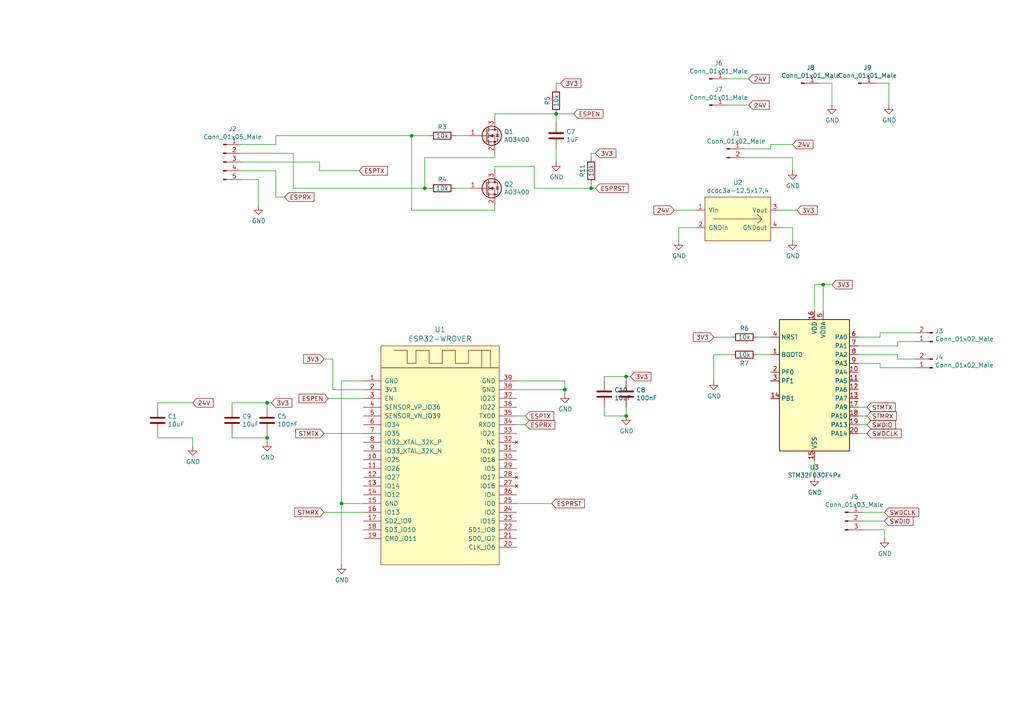
<source format=kicad_sch>
(kicad_sch (version 20250114) (generator "eeschema") (generator_version "9.0")
  (paper "A4")
  (lib_symbols
    (symbol "Connector:Conn_01x01_Male" (pin_names (offset 1.016) (hide yes))
      (property "Reference" "J" (at 0 2.54 0))
      (property "Value" "Connector_Conn_01x01_Male" (at 0 -2.54 0))
      (symbol "Conn_01x01_Male_1_1"
        (rectangle (start 0.8636 0.127) (end 0 -0.127) (stroke (width 0.1524)) (fill (type outline)))
        (polyline (pts (xy 1.27 0) (xy 0.8636 0)) (stroke (width 0.1524)))
        (pin passive line (at 5.08 0 180) (length 3.81) (name "Pin_1") (number "1"))
      )
    )
    (symbol "Connector:Conn_01x02_Male" (pin_names (offset 1.016) (hide yes))
      (property "Reference" "J" (at 0 2.54 0))
      (property "Value" "Connector_Conn_01x02_Male" (at 0 -5.08 0))
      (symbol "Conn_01x02_Male_1_1"
        (rectangle (start 0.8636 0.127) (end 0 -0.127) (stroke (width 0.1524)) (fill (type outline)))
        (rectangle (start 0.8636 -2.413) (end 0 -2.667) (stroke (width 0.1524)) (fill (type outline)))
        (polyline (pts (xy 1.27 0) (xy 0.8636 0)) (stroke (width 0.1524)))
        (polyline (pts (xy 1.27 -2.54) (xy 0.8636 -2.54)) (stroke (width 0.1524)))
        (pin passive line (at 5.08 0 180) (length 3.81) (name "Pin_1") (number "1"))
        (pin passive line (at 5.08 -2.54 180) (length 3.81) (name "Pin_2") (number "2"))
      )
    )
    (symbol "Connector:Conn_01x03_Male" (pin_names (offset 1.016) (hide yes))
      (property "Reference" "J" (at 0 5.08 0))
      (property "Value" "Connector_Conn_01x03_Male" (at 0 -5.08 0))
      (symbol "Conn_01x03_Male_1_1"
        (rectangle (start 0.8636 2.667) (end 0 2.413) (stroke (width 0.1524)) (fill (type outline)))
        (rectangle (start 0.8636 0.127) (end 0 -0.127) (stroke (width 0.1524)) (fill (type outline)))
        (rectangle (start 0.8636 -2.413) (end 0 -2.667) (stroke (width 0.1524)) (fill (type outline)))
        (polyline (pts (xy 1.27 2.54) (xy 0.8636 2.54)) (stroke (width 0.1524)))
        (polyline (pts (xy 1.27 0) (xy 0.8636 0)) (stroke (width 0.1524)))
        (polyline (pts (xy 1.27 -2.54) (xy 0.8636 -2.54)) (stroke (width 0.1524)))
        (pin passive line (at 5.08 2.54 180) (length 3.81) (name "Pin_1") (number "1"))
        (pin passive line (at 5.08 0 180) (length 3.81) (name "Pin_2") (number "2"))
        (pin passive line (at 5.08 -2.54 180) (length 3.81) (name "Pin_3") (number "3"))
      )
    )
    (symbol "Connector:Conn_01x05_Male" (pin_names (offset 1.016) (hide yes))
      (property "Reference" "J" (at 0 7.62 0))
      (property "Value" "Connector_Conn_01x05_Male" (at 0 -7.62 0))
      (symbol "Conn_01x05_Male_1_1"
        (rectangle (start 0.8636 5.207) (end 0 4.953) (stroke (width 0.1524)) (fill (type outline)))
        (rectangle (start 0.8636 2.667) (end 0 2.413) (stroke (width 0.1524)) (fill (type outline)))
        (rectangle (start 0.8636 0.127) (end 0 -0.127) (stroke (width 0.1524)) (fill (type outline)))
        (rectangle (start 0.8636 -2.413) (end 0 -2.667) (stroke (width 0.1524)) (fill (type outline)))
        (rectangle (start 0.8636 -4.953) (end 0 -5.207) (stroke (width 0.1524)) (fill (type outline)))
        (polyline (pts (xy 1.27 5.08) (xy 0.8636 5.08)) (stroke (width 0.1524)))
        (polyline (pts (xy 1.27 2.54) (xy 0.8636 2.54)) (stroke (width 0.1524)))
        (polyline (pts (xy 1.27 0) (xy 0.8636 0)) (stroke (width 0.1524)))
        (polyline (pts (xy 1.27 -2.54) (xy 0.8636 -2.54)) (stroke (width 0.1524)))
        (polyline (pts (xy 1.27 -5.08) (xy 0.8636 -5.08)) (stroke (width 0.1524)))
        (pin passive line (at 5.08 5.08 180) (length 3.81) (name "Pin_1") (number "1"))
        (pin passive line (at 5.08 2.54 180) (length 3.81) (name "Pin_2") (number "2"))
        (pin passive line (at 5.08 0 180) (length 3.81) (name "Pin_3") (number "3"))
        (pin passive line (at 5.08 -2.54 180) (length 3.81) (name "Pin_4") (number "4"))
        (pin passive line (at 5.08 -5.08 180) (length 3.81) (name "Pin_5") (number "5"))
      )
    )
    (symbol "Device:C" (pin_numbers (hide yes)) (pin_names (offset 0.254))
      (property "Reference" "C" (at 0.635 2.54 0))
      (property "Value" "C" (at 0.635 -2.54 0))
      (symbol "C_0_1"
        (polyline (pts (xy -2.032 0.762) (xy 2.032 0.762)) (stroke (width 0.508)))
        (polyline (pts (xy -2.032 -0.762) (xy 2.032 -0.762)) (stroke (width 0.508)))
      )
      (symbol "C_1_1"
        (pin passive line (at 0 3.81 270) (length 2.794) (name "~") (number "1"))
        (pin passive line (at 0 -3.81 90) (length 2.794) (name "~") (number "2"))
      )
    )
    (symbol "Device:R" (pin_numbers (hide yes)) (pin_names (offset 0))
      (property "Reference" "R" (at 2.032 0 90))
      (property "Value" "R" (at 0 0 90))
      (symbol "R_0_1"
        (rectangle (start -1.016 -2.54) (end 1.016 2.54) (stroke (width 0.254)))
      )
      (symbol "R_1_1"
        (pin passive line (at 0 3.81 270) (length 1.27) (name "~") (number "1"))
        (pin passive line (at 0 -3.81 90) (length 1.27) (name "~") (number "2"))
      )
    )
    (symbol "MCU_ST_STM32F0:STM32F030F4Px"
      (property "Reference" "U" (at -10.16 21.59 0))
      (property "Value" "STM32F030F4Px" (at 5.08 21.59 0))
      (symbol "STM32F030F4Px_0_1"
        (rectangle (start -10.16 -17.78) (end 10.16 20.32) (stroke (width 0.254)) (fill (type background)))
      )
      (symbol "STM32F030F4Px_1_1"
        (pin input line (at -12.7 15.24 0) (length 2.54) (name "NRST") (number "4"))
        (pin input line (at -12.7 10.16 0) (length 2.54) (name "BOOT0") (number "1"))
        (pin bidirectional line (at -12.7 5.08 0) (length 2.54) (name "PF0") (number "2"))
        (pin bidirectional line (at -12.7 2.54 0) (length 2.54) (name "PF1") (number "3"))
        (pin bidirectional line (at -12.7 -2.54 0) (length 2.54) (name "PB1") (number "14"))
        (pin power_in line (at 0 22.86 270) (length 2.54) (name "VDD") (number "16"))
        (pin power_in line (at 0 -20.32 90) (length 2.54) (name "VSS") (number "15"))
        (pin power_in line (at 2.54 22.86 270) (length 2.54) (name "VDDA") (number "5"))
        (pin bidirectional line (at 12.7 15.24 180) (length 2.54) (name "PA0") (number "6"))
        (pin bidirectional line (at 12.7 12.7 180) (length 2.54) (name "PA1") (number "7"))
        (pin bidirectional line (at 12.7 10.16 180) (length 2.54) (name "PA2") (number "8"))
        (pin bidirectional line (at 12.7 7.62 180) (length 2.54) (name "PA3") (number "9"))
        (pin bidirectional line (at 12.7 5.08 180) (length 2.54) (name "PA4") (number "10"))
        (pin bidirectional line (at 12.7 2.54 180) (length 2.54) (name "PA5") (number "11"))
        (pin bidirectional line (at 12.7 0 180) (length 2.54) (name "PA6") (number "12"))
        (pin bidirectional line (at 12.7 -2.54 180) (length 2.54) (name "PA7") (number "13"))
        (pin bidirectional line (at 12.7 -5.08 180) (length 2.54) (name "PA9") (number "17"))
        (pin bidirectional line (at 12.7 -7.62 180) (length 2.54) (name "PA10") (number "18"))
        (pin bidirectional line (at 12.7 -10.16 180) (length 2.54) (name "PA13") (number "19"))
        (pin bidirectional line (at 12.7 -12.7 180) (length 2.54) (name "PA14") (number "20"))
      )
    )
    (symbol "Transistor_FET:BSS138" (pin_names (hide yes))
      (property "Reference" "Q" (at 5.08 1.905 0))
      (property "Value" "BSS138" (at 5.08 0 0))
      (symbol "BSS138_0_1"
        (polyline (pts (xy 0.254 1.905) (xy 0.254 -1.905)) (stroke (width 0.254)))
        (polyline (pts (xy 0.254 0) (xy -2.54 0)))
        (polyline (pts (xy 0.762 2.286) (xy 0.762 1.27)) (stroke (width 0.254)))
        (polyline (pts (xy 0.762 0.508) (xy 0.762 -0.508)) (stroke (width 0.254)))
        (polyline (pts (xy 0.762 -1.27) (xy 0.762 -2.286)) (stroke (width 0.254)))
        (polyline (pts (xy 0.762 -1.778) (xy 3.302 -1.778) (xy 3.302 1.778) (xy 0.762 1.778)))
        (polyline (pts (xy 1.016 0) (xy 2.032 0.381) (xy 2.032 -0.381) (xy 1.016 0)) (fill (type outline)))
        (circle (center 1.651 0) (radius 2.794) (stroke (width 0.254)))
        (polyline (pts (xy 2.54 2.54) (xy 2.54 1.778)))
        (circle (center 2.54 1.778) (radius 0.254) (fill (type outline)))
        (circle (center 2.54 -1.778) (radius 0.254) (fill (type outline)))
        (polyline (pts (xy 2.54 -2.54) (xy 2.54 0) (xy 0.762 0)))
        (polyline (pts (xy 2.794 0.508) (xy 2.921 0.381) (xy 3.683 0.381) (xy 3.81 0.254)))
        (polyline (pts (xy 3.302 0.381) (xy 2.921 -0.254) (xy 3.683 -0.254) (xy 3.302 0.381)))
      )
      (symbol "BSS138_1_1"
        (pin input line (at -5.08 0 0) (length 2.54) (name "G") (number "1"))
        (pin passive line (at 2.54 5.08 270) (length 2.54) (name "D") (number "3"))
        (pin passive line (at 2.54 -5.08 90) (length 2.54) (name "S") (number "2"))
      )
    )
    (symbol "dcdc:dcdc3a-12.5x17.4" (pin_names (offset 1.016))
      (property "Reference" "U" (at 0 -8.89 0))
      (property "Value" "dcdc_dcdc3a-12.5x17.4" (at 0 8.89 0))
      (symbol "dcdc3a-12.5x17.4_0_1"
        (rectangle (start -10.16 6.35) (end 8.89 -6.35) (fill (type background)))
        (polyline (pts (xy -7.62 0) (xy 6.35 0) (xy 5.08 1.27)))
        (polyline (pts (xy 6.35 0) (xy 5.08 -1.27)))
      )
      (symbol "dcdc3a-12.5x17.4_1_1"
        (pin power_in line (at -12.7 2.54 0) (length 2.54) (name "Vin") (number "1"))
        (pin power_in line (at -12.7 -2.54 0) (length 2.54) (name "GNDin") (number "2"))
        (pin power_out line (at 11.43 2.54 180) (length 2.54) (name "Vout") (number "3"))
        (pin power_out line (at 11.43 -2.54 180) (length 2.54) (name "GNDout") (number "4"))
      )
    )
    (symbol "esp32-wrover:ESP32-WROVER" (pin_names (offset 1.016))
      (property "Reference" "U" (at -15.24 -33.02 0))
      (property "Value" "ESP32-WROVER" (at 6.35 -33.02 0))
      (symbol "ESP32-WROVER_0_1"
        (rectangle (start -17.78 29.21) (end 16.51 22.86) (fill (type background)))
        (rectangle (start -17.78 22.86) (end 16.51 -34.29) (fill (type background)))
        (polyline (pts (xy -13.97 27.94) (xy -10.16 27.94) (xy -10.16 24.13) (xy -7.62 24.13) (xy -7.62 27.94) (xy -3.81 27.94) (xy -3.81 24.13) (xy 0 24.13) (xy 0 27.94) (xy 3.81 27.94) (xy 3.81 24.13) (xy 7.62 24.13) (xy 7.62 27.94) (xy 11.43 27.94) (xy 11.43 22.86)))
        (polyline (pts (xy 11.43 27.94) (xy 13.97 27.94) (xy 13.97 22.86)))
      )
      (symbol "ESP32-WROVER_1_1"
        (pin power_in line (at -22.86 19.05 0) (length 5.08) (name "GND") (number "1"))
        (pin power_in line (at -22.86 16.51 0) (length 5.08) (name "3V3") (number "2"))
        (pin input line (at -22.86 13.97 0) (length 5.08) (name "EN") (number "3"))
        (pin input line (at -22.86 11.43 0) (length 5.08) (name "SENSOR_VP_IO36") (number "4"))
        (pin input line (at -22.86 8.89 0) (length 5.08) (name "SENSOR_VN_IO39") (number "5"))
        (pin input line (at -22.86 6.35 0) (length 5.08) (name "IO34") (number "6"))
        (pin input line (at -22.86 3.81 0) (length 5.08) (name "IO35") (number "7"))
        (pin bidirectional line (at -22.86 1.27 0) (length 5.08) (name "IO32_XTAL_32K_P") (number "8"))
        (pin bidirectional line (at -22.86 -1.27 0) (length 5.08) (name "IO33_XTAL_32K_N") (number "9"))
        (pin bidirectional line (at -22.86 -3.81 0) (length 5.08) (name "IO25") (number "10"))
        (pin bidirectional line (at -22.86 -6.35 0) (length 5.08) (name "IO26") (number "11"))
        (pin bidirectional line (at -22.86 -8.89 0) (length 5.08) (name "IO27") (number "12"))
        (pin bidirectional line (at -22.86 -11.43 0) (length 5.08) (name "IO14") (number "13"))
        (pin bidirectional line (at -22.86 -13.97 0) (length 5.08) (name "IO12") (number "14"))
        (pin power_in line (at -22.86 -16.51 0) (length 5.08) (name "GND") (number "15"))
        (pin bidirectional line (at -22.86 -19.05 0) (length 5.08) (name "IO13") (number "16"))
        (pin bidirectional line (at -22.86 -21.59 0) (length 5.08) (name "SD2_IO9") (number "17"))
        (pin bidirectional line (at -22.86 -24.13 0) (length 5.08) (name "SD3_IO10") (number "18"))
        (pin bidirectional line (at -22.86 -26.67 0) (length 5.08) (name "CMD_IO11") (number "19"))
        (pin power_in line (at 21.59 19.05 180) (length 5.08) (name "GND") (number "39"))
        (pin power_in line (at 21.59 16.51 180) (length 5.08) (name "GND") (number "38"))
        (pin bidirectional line (at 21.59 13.97 180) (length 5.08) (name "IO23") (number "37"))
        (pin bidirectional line (at 21.59 11.43 180) (length 5.08) (name "IO22") (number "36"))
        (pin output line (at 21.59 8.89 180) (length 5.08) (name "TXD0") (number "35"))
        (pin input line (at 21.59 6.35 180) (length 5.08) (name "RXD0") (number "34"))
        (pin bidirectional line (at 21.59 3.81 180) (length 5.08) (name "IO21") (number "33"))
        (pin no_connect line (at 21.59 1.27 180) (length 5.08) (name "NC") (number "32"))
        (pin bidirectional line (at 21.59 -1.27 180) (length 5.08) (name "IO19") (number "31"))
        (pin bidirectional line (at 21.59 -3.81 180) (length 5.08) (name "IO18") (number "30"))
        (pin bidirectional line (at 21.59 -6.35 180) (length 5.08) (name "IO5") (number "29"))
        (pin no_connect line (at 21.59 -8.89 180) (length 5.08) (name "IO17") (number "28"))
        (pin no_connect line (at 21.59 -11.43 180) (length 5.08) (name "IO16") (number "27"))
        (pin bidirectional line (at 21.59 -13.97 180) (length 5.08) (name "IO4") (number "26"))
        (pin bidirectional line (at 21.59 -16.51 180) (length 5.08) (name "IO0") (number "25"))
        (pin bidirectional line (at 21.59 -19.05 180) (length 5.08) (name "IO2") (number "24"))
        (pin bidirectional line (at 21.59 -21.59 180) (length 5.08) (name "IO15") (number "23"))
        (pin bidirectional line (at 21.59 -24.13 180) (length 5.08) (name "SD1_IO8") (number "22"))
        (pin bidirectional line (at 21.59 -26.67 180) (length 5.08) (name "SD0_IO7") (number "21"))
        (pin bidirectional line (at 21.59 -29.21 180) (length 5.08) (name "CLK_IO6") (number "20"))
      )
    )
    (symbol "power:GND" (power) (pin_numbers (hide yes)) (pin_names (offset 0) (hide yes))
      (property "Value" "GND" (at 0 -3.81 0))
      (symbol "GND_0_1"
        (polyline (pts (xy 0 0) (xy 0 -1.27) (xy 1.27 -1.27) (xy 0 -2.54) (xy -1.27 -1.27) (xy 0 -1.27)))
      )
      (symbol "GND_1_1"
        (pin power_in line (at 0 0 270) (length 0) (name "~") (number "1"))
      )
    )
  )
  (junction (at 77.47 116.84))
  (junction (at 77.47 127))
  (junction (at 238.76 82.55))
  (junction (at 161.29 33.02))
  (junction (at 119.38 39.37))
  (junction (at 99.06 146.05))
  (junction (at 181.61 109.22))
  (junction (at 163.83 113.03))
  (junction (at 123.19 54.61))
  (junction (at 181.61 120.65))
  (junction (at 171.45 54.61))
  (wire (pts (xy 257.81 24.13) (xy 257.81 30.48)))
  (wire (pts (xy 182.88 109.22) (xy 181.61 109.22)))
  (wire (pts (xy 149.86 146.05) (xy 160.02 146.05)))
  (wire (pts (xy 80.01 49.53) (xy 80.01 57.15)))
  (wire (pts (xy 195.58 60.96) (xy 201.93 60.96)))
  (wire (pts (xy 251.46 123.19) (xy 248.92 123.19)))
  (wire (pts (xy 123.19 45.72) (xy 143.51 45.72)))
  (wire (pts (xy 248.92 105.41) (xy 255.27 105.41)))
  (wire (pts (xy 119.38 60.96) (xy 143.51 60.96)))
  (wire (pts (xy 226.06 60.96) (xy 231.14 60.96)))
  (wire (pts (xy 238.76 82.55) (xy 238.76 90.17)))
  (wire (pts (xy 69.85 52.07) (xy 74.93 52.07)))
  (wire (pts (xy 161.29 43.18) (xy 161.29 46.99)))
  (wire (pts (xy 80.01 39.37) (xy 119.38 39.37)))
  (wire (pts (xy 255.27 96.52) (xy 255.27 97.79)))
  (wire (pts (xy 175.26 118.11) (xy 175.26 120.65)))
  (wire (pts (xy 171.45 54.61) (xy 154.94 54.61)))
  (wire (pts (xy 154.94 54.61) (xy 154.94 48.26)))
  (wire (pts (xy 223.52 102.87) (xy 219.71 102.87)))
  (wire (pts (xy 77.47 116.84) (xy 67.31 116.84)))
  (wire (pts (xy 210.82 30.48) (xy 217.17 30.48)))
  (wire (pts (xy 152.4 123.19) (xy 149.86 123.19)))
  (wire (pts (xy 248.92 100.33) (xy 260.35 100.33)))
  (wire (pts (xy 149.86 110.49) (xy 163.83 110.49)))
  (wire (pts (xy 236.22 82.55) (xy 236.22 90.17)))
  (wire (pts (xy 55.88 127) (xy 55.88 129.54)))
  (wire (pts (xy 69.85 44.45) (xy 85.09 44.45)))
  (wire (pts (xy 93.98 125.73) (xy 105.41 125.73)))
  (wire (pts (xy 105.41 110.49) (xy 99.06 110.49)))
  (wire (pts (xy 67.31 125.73) (xy 67.31 127)))
  (wire (pts (xy 241.3 24.13) (xy 237.49 24.13)))
  (wire (pts (xy 181.61 118.11) (xy 181.61 120.65)))
  (wire (pts (xy 163.83 110.49) (xy 163.83 113.03)))
  (wire (pts (xy 171.45 44.45) (xy 171.45 45.72)))
  (wire (pts (xy 256.54 151.13) (xy 250.19 151.13)))
  (wire (pts (xy 212.09 97.79) (xy 207.01 97.79)))
  (wire (pts (xy 210.82 22.86) (xy 217.17 22.86)))
  (wire (pts (xy 251.46 118.11) (xy 248.92 118.11)))
  (wire (pts (xy 238.76 82.55) (xy 241.3 82.55)))
  (wire (pts (xy 143.51 48.26) (xy 154.94 48.26)))
  (wire (pts (xy 82.55 57.15) (xy 80.01 57.15)))
  (bus (pts (xy -31.75 -25.4) (xy -29.21 -22.86)))
  (wire (pts (xy 229.87 66.04) (xy 229.87 69.85)))
  (wire (pts (xy 119.38 39.37) (xy 119.38 60.96)))
  (wire (pts (xy 143.51 49.53) (xy 143.51 48.26)))
  (wire (pts (xy 256.54 148.59) (xy 250.19 148.59)))
  (wire (pts (xy 212.09 102.87) (xy 207.01 102.87)))
  (wire (pts (xy 85.09 54.61) (xy 123.19 54.61)))
  (wire (pts (xy 265.43 96.52) (xy 255.27 96.52)))
  (wire (pts (xy 265.43 99.06) (xy 260.35 99.06)))
  (wire (pts (xy 223.52 41.91) (xy 223.52 43.18)))
  (wire (pts (xy 55.88 116.84) (xy 45.72 116.84)))
  (wire (pts (xy 260.35 102.87) (xy 260.35 104.14)))
  (wire (pts (xy 45.72 116.84) (xy 45.72 118.11)))
  (wire (pts (xy 99.06 110.49) (xy 99.06 146.05)))
  (wire (pts (xy 196.85 66.04) (xy 201.93 66.04)))
  (wire (pts (xy 45.72 127) (xy 55.88 127)))
  (wire (pts (xy 223.52 43.18) (xy 215.9 43.18)))
  (wire (pts (xy 67.31 116.84) (xy 67.31 118.11)))
  (wire (pts (xy 181.61 109.22) (xy 175.26 109.22)))
  (wire (pts (xy 77.47 116.84) (xy 77.47 118.11)))
  (wire (pts (xy 236.22 82.55) (xy 238.76 82.55)))
  (wire (pts (xy 181.61 109.22) (xy 181.61 110.49)))
  (wire (pts (xy 69.85 46.99) (xy 92.71 46.99)))
  (wire (pts (xy 251.46 125.73) (xy 248.92 125.73)))
  (wire (pts (xy 80.01 41.91) (xy 80.01 39.37)))
  (wire (pts (xy 77.47 125.73) (xy 77.47 127)))
  (wire (pts (xy 132.08 54.61) (xy 135.89 54.61)))
  (wire (pts (xy 67.31 127) (xy 77.47 127)))
  (wire (pts (xy 248.92 102.87) (xy 260.35 102.87)))
  (wire (pts (xy 69.85 41.91) (xy 80.01 41.91)))
  (wire (pts (xy 99.06 146.05) (xy 99.06 163.83)))
  (wire (pts (xy 255.27 106.68) (xy 255.27 105.41)))
  (wire (pts (xy 143.51 34.29) (xy 143.51 33.02)))
  (wire (pts (xy 105.41 146.05) (xy 99.06 146.05)))
  (wire (pts (xy 69.85 49.53) (xy 80.01 49.53)))
  (wire (pts (xy 143.51 60.96) (xy 143.51 59.69)))
  (wire (pts (xy 123.19 54.61) (xy 123.19 45.72)))
  (wire (pts (xy 132.08 39.37) (xy 135.89 39.37)))
  (wire (pts (xy 123.19 54.61) (xy 124.46 54.61)))
  (wire (pts (xy 265.43 106.68) (xy 255.27 106.68)))
  (wire (pts (xy 96.52 113.03) (xy 105.41 113.03)))
  (wire (pts (xy 171.45 53.34) (xy 171.45 54.61)))
  (wire (pts (xy 161.29 35.56) (xy 161.29 33.02)))
  (wire (pts (xy 172.72 44.45) (xy 171.45 44.45)))
  (wire (pts (xy 78.74 116.84) (xy 77.47 116.84)))
  (wire (pts (xy 215.9 45.72) (xy 229.87 45.72)))
  (wire (pts (xy 77.47 127) (xy 77.47 128.27)))
  (wire (pts (xy 229.87 41.91) (xy 223.52 41.91)))
  (wire (pts (xy 229.87 45.72) (xy 229.87 49.53)))
  (wire (pts (xy 207.01 110.49) (xy 207.01 102.87)))
  (wire (pts (xy 175.26 109.22) (xy 175.26 110.49)))
  (wire (pts (xy 152.4 120.65) (xy 149.86 120.65)))
  (wire (pts (xy 143.51 45.72) (xy 143.51 44.45)))
  (wire (pts (xy 92.71 46.99) (xy 92.71 49.53)))
  (wire (pts (xy 260.35 104.14) (xy 265.43 104.14)))
  (wire (pts (xy 149.86 113.03) (xy 163.83 113.03)))
  (wire (pts (xy 175.26 120.65) (xy 181.61 120.65)))
  (wire (pts (xy 163.83 113.03) (xy 163.83 114.3)))
  (wire (pts (xy 105.41 115.57) (xy 95.25 115.57)))
  (wire (pts (xy 93.98 104.14) (xy 96.52 104.14)))
  (wire (pts (xy 166.37 33.02) (xy 161.29 33.02)))
  (wire (pts (xy 226.06 66.04) (xy 229.87 66.04)))
  (wire (pts (xy 161.29 33.02) (xy 143.51 33.02)))
  (wire (pts (xy 251.46 120.65) (xy 248.92 120.65)))
  (wire (pts (xy 248.92 97.79) (xy 255.27 97.79)))
  (wire (pts (xy 162.56 24.13) (xy 161.29 24.13)))
  (wire (pts (xy 256.54 153.67) (xy 250.19 153.67)))
  (wire (pts (xy 74.93 52.07) (xy 74.93 59.69)))
  (wire (pts (xy 260.35 99.06) (xy 260.35 100.33)))
  (wire (pts (xy 96.52 104.14) (xy 96.52 113.03)))
  (wire (pts (xy 196.85 66.04) (xy 196.85 69.85)))
  (wire (pts (xy 236.22 138.43) (xy 236.22 133.35)))
  (wire (pts (xy 104.14 49.53) (xy 92.71 49.53)))
  (wire (pts (xy 93.98 148.59) (xy 105.41 148.59)))
  (wire (pts (xy 161.29 24.13) (xy 161.29 25.4)))
  (wire (pts (xy 45.72 125.73) (xy 45.72 127)))
  (wire (pts (xy 256.54 156.21) (xy 256.54 153.67)))
  (wire (pts (xy 172.72 54.61) (xy 171.45 54.61)))
  (wire (pts (xy 119.38 39.37) (xy 124.46 39.37)))
  (wire (pts (xy 219.71 97.79) (xy 223.52 97.79)))
  (wire (pts (xy 241.3 24.13) (xy 241.3 30.48)))
  (wire (pts (xy 257.81 24.13) (xy 254 24.13)))
  (wire (pts (xy 85.09 44.45) (xy 85.09 54.61)))
  (global_label "3V3" (shape input) (at 182.88 109.22 0) (property "Intersheetrefs" "${INTERSHEET_REFS}" (effects (hide yes))))
  (global_label "ESPTX" (shape input) (at 104.14 49.53 0) (property "Intersheetrefs" "${INTERSHEET_REFS}" (effects (hide yes))))
  (global_label "ESPTX" (shape input) (at 152.4 120.65 0) (property "Intersheetrefs" "${INTERSHEET_REFS}" (effects (hide yes))))
  (global_label "ESPEN" (shape input) (at 95.25 115.57 180) (property "Intersheetrefs" "${INTERSHEET_REFS}" (effects (hide yes))))
  (global_label "ESPEN" (shape input) (at 166.37 33.02 0) (property "Intersheetrefs" "${INTERSHEET_REFS}" (effects (hide yes))))
  (global_label "STMTX" (shape input) (at 93.98 125.73 180) (property "Intersheetrefs" "${INTERSHEET_REFS}" (effects (hide yes))))
  (global_label "SWDIO" (shape input) (at 251.46 123.19 0) (property "Intersheetrefs" "${INTERSHEET_REFS}" (effects (hide yes))))
  (global_label "3V3" (shape input) (at 231.14 60.96 0) (property "Intersheetrefs" "${INTERSHEET_REFS}" (effects (hide yes))))
  (global_label "3V3" (shape input) (at 172.72 44.45 0) (property "Intersheetrefs" "${INTERSHEET_REFS}" (effects (hide yes))))
  (global_label "24V" (shape input) (at 229.87 41.91 0) (property "Intersheetrefs" "${INTERSHEET_REFS}" (effects (hide yes))))
  (global_label "ESPRST" (shape input) (at 160.02 146.05 0) (property "Intersheetrefs" "${INTERSHEET_REFS}" (effects (hide yes))))
  (global_label "24V" (shape input) (at 217.17 22.86 0) (property "Intersheetrefs" "${INTERSHEET_REFS}" (effects (hide yes))))
  (global_label "ESPRST" (shape input) (at 172.72 54.61 0) (property "Intersheetrefs" "${INTERSHEET_REFS}" (effects (hide yes))))
  (global_label "3V3" (shape input) (at 162.56 24.13 0) (property "Intersheetrefs" "${INTERSHEET_REFS}" (effects (hide yes))))
  (global_label "24V" (shape input) (at 195.58 60.96 180) (property "Intersheetrefs" "${INTERSHEET_REFS}" (effects (hide yes))))
  (global_label "STMTX" (shape input) (at 251.46 118.11 0) (property "Intersheetrefs" "${INTERSHEET_REFS}" (effects (hide yes))))
  (global_label "24V" (shape input) (at 55.88 116.84 0) (property "Intersheetrefs" "${INTERSHEET_REFS}" (effects (hide yes))))
  (global_label "ESPRX" (shape input) (at 152.4 123.19 0) (property "Intersheetrefs" "${INTERSHEET_REFS}" (effects (hide yes))))
  (global_label "3V3" (shape input) (at 93.98 104.14 180) (property "Intersheetrefs" "${INTERSHEET_REFS}" (effects (hide yes))))
  (global_label "SWDCLK" (shape input) (at 251.46 125.73 0) (property "Intersheetrefs" "${INTERSHEET_REFS}" (effects (hide yes))))
  (global_label "SWDIO" (shape input) (at 256.54 151.13 0) (property "Intersheetrefs" "${INTERSHEET_REFS}" (effects (hide yes))))
  (global_label "3V3" (shape input) (at 241.3 82.55 0) (property "Intersheetrefs" "${INTERSHEET_REFS}" (effects (hide yes))))
  (global_label "3V3" (shape input) (at 207.01 97.79 180) (property "Intersheetrefs" "${INTERSHEET_REFS}" (effects (hide yes))))
  (global_label "SWDCLK" (shape input) (at 256.54 148.59 0) (property "Intersheetrefs" "${INTERSHEET_REFS}" (effects (hide yes))))
  (global_label "24V" (shape input) (at 217.17 30.48 0) (property "Intersheetrefs" "${INTERSHEET_REFS}" (effects (hide yes))))
  (global_label "3V3" (shape input) (at 78.74 116.84 0) (property "Intersheetrefs" "${INTERSHEET_REFS}" (effects (hide yes))))
  (global_label "ESPRX" (shape input) (at 82.55 57.15 0) (property "Intersheetrefs" "${INTERSHEET_REFS}" (effects (hide yes))))
  (global_label "STMRX" (shape input) (at 93.98 148.59 180) (property "Intersheetrefs" "${INTERSHEET_REFS}" (effects (hide yes))))
  (global_label "STMRX" (shape input) (at 251.46 120.65 0) (property "Intersheetrefs" "${INTERSHEET_REFS}" (effects (hide yes))))
  (symbol (lib_id "esp32-wrover:ESP32-WROVER") (at 128.27 129.54 0) (unit 1)
    (property "Reference" "U1" (at 127.635 95.5802 0) (effects (font (size 1.524 1.524))))
    (property "Value" "ESP32-WROVER" (at 127.635 98.2726 0) (effects (font (size 1.524 1.524))))
    (property "Footprint" "esp32-wrover:XCVR_ESP32-WROVER" (effects (hide yes)))
    (property "LCSC" "C701352" (effects (hide yes)))
  )
  (symbol (lib_id "power:GND") (at 236.22 138.43 0) (unit 1)
    (property "Reference" "#PWR0103" (effects (hide yes)))
    (property "Value" "GND" (at 236.347 142.8242 0))
  )
  (symbol (lib_id "Device:R") (at 215.9 97.79 270) (unit 1)
    (property "Reference" "R6" (at 215.9 95.25 90))
    (property "Value" "10k" (at 215.9 97.79 90))
    (property "Footprint" "Resistor_SMD:R_0402_1005Metric" (effects (hide yes)))
    (property "LCSC" "C25744" (effects (hide yes)))
  )
  (symbol (lib_id "Device:R") (at 215.9 102.87 270) (unit 1)
    (property "Reference" "R7" (at 215.9 105.41 90))
    (property "Value" "10k" (at 215.9 102.87 90))
    (property "Footprint" "Resistor_SMD:R_0402_1005Metric" (effects (hide yes)))
    (property "LCSC" "C25744" (effects (hide yes)))
  )
  (symbol (lib_id "power:GND") (at 207.01 110.49 0) (unit 1)
    (property "Reference" "#PWR0106" (effects (hide yes)))
    (property "Value" "GND" (at 207.137 114.8842 0))
  )
  (symbol (lib_id "Device:C") (at 161.29 39.37 0) (unit 1)
    (property "Reference" "C7" (at 164.211 38.2016 0) (effects (justify left)))
    (property "Value" "1uF" (at 164.211 40.513 0) (effects (justify left)))
    (property "Footprint" "Capacitor_SMD:C_0402_1005Metric" (effects (hide yes)))
    (property "LCSC" "C52923" (effects (hide yes)))
  )
  (symbol (lib_id "power:GND") (at 161.29 46.99 0) (unit 1)
    (property "Reference" "#PWR0112" (effects (hide yes)))
    (property "Value" "GND" (at 161.417 51.3842 0))
  )
  (symbol (lib_id "Device:C") (at 181.61 114.3 0) (unit 1)
    (property "Reference" "C8" (at 184.531 113.1316 0) (effects (justify left)))
    (property "Value" "100nF" (at 184.531 115.443 0) (effects (justify left)))
    (property "Footprint" "Capacitor_SMD:C_0402_1005Metric" (effects (hide yes)))
    (property "LCSC" "C1525" (effects (hide yes)))
  )
  (symbol (lib_id "power:GND") (at 181.61 120.65 0) (unit 1)
    (property "Reference" "#PWR0107" (effects (hide yes)))
    (property "Value" "GND" (at 181.737 125.0442 0))
  )
  (symbol (lib_id "Device:C") (at 77.47 121.92 0) (unit 1)
    (property "Reference" "C5" (at 80.391 120.7516 0) (effects (justify left)))
    (property "Value" "100nF" (at 80.391 123.063 0) (effects (justify left)))
    (property "Footprint" "Capacitor_SMD:C_0402_1005Metric" (effects (hide yes)))
    (property "LCSC" "C1525" (effects (hide yes)))
  )
  (symbol (lib_id "power:GND") (at 77.47 128.27 0) (unit 1)
    (property "Reference" "#PWR0108" (effects (hide yes)))
    (property "Value" "GND" (at 77.597 132.6642 0))
  )
  (symbol (lib_id "Transistor_FET:BSS138") (at 140.97 39.37 0) (unit 1)
    (property "Reference" "Q1" (at 146.177 38.2016 0) (effects (justify left)))
    (property "Value" "AO3400" (at 146.177 40.513 0) (effects (justify left)))
    (property "Footprint" "Package_TO_SOT_SMD:SOT-23" (effects (hide yes)))
    (property "LCSC" "C20917" (effects (hide yes)))
  )
  (symbol (lib_id "Device:R") (at 128.27 39.37 270) (unit 1)
    (property "Reference" "R3" (at 128.27 36.83 90))
    (property "Value" "10k" (at 128.27 39.37 90))
    (property "Footprint" "Resistor_SMD:R_0402_1005Metric" (effects (hide yes)))
    (property "LCSC" "C25744" (effects (hide yes)))
  )
  (symbol (lib_id "power:GND") (at 99.06 163.83 0) (unit 1)
    (property "Reference" "#PWR0109" (effects (hide yes)))
    (property "Value" "GND" (at 99.187 168.2242 0))
  )
  (symbol (lib_id "power:GND") (at 163.83 114.3 0) (unit 1)
    (property "Reference" "#PWR0110" (effects (hide yes)))
    (property "Value" "GND" (at 163.957 118.6942 0))
  )
  (symbol (lib_id "Transistor_FET:BSS138") (at 140.97 54.61 0) (unit 1)
    (property "Reference" "Q2" (at 146.177 53.4416 0) (effects (justify left)))
    (property "Value" "AO3400" (at 146.177 55.753 0) (effects (justify left)))
    (property "Footprint" "Package_TO_SOT_SMD:SOT-23" (effects (hide yes)))
    (property "LCSC" "C20917" (effects (hide yes)))
  )
  (symbol (lib_id "Device:R") (at 128.27 54.61 270) (unit 1)
    (property "Reference" "R4" (at 128.27 52.07 90))
    (property "Value" "10k" (at 128.27 54.61 90))
    (property "Footprint" "Resistor_SMD:R_0402_1005Metric" (effects (hide yes)))
    (property "LCSC" "C25744" (effects (hide yes)))
  )
  (symbol (lib_id "Device:C") (at 67.31 121.92 0) (unit 1)
    (property "Reference" "C9" (at 70.231 120.7516 0) (effects (justify left)))
    (property "Value" "10uF" (at 70.231 123.063 0) (effects (justify left)))
    (property "Footprint" "Capacitor_SMD:C_1206_3216Metric" (effects (hide yes)))
    (property "LCSC" "C13585" (effects (hide yes)))
  )
  (symbol (lib_id "Device:R") (at 161.29 29.21 0) (unit 1)
    (property "Reference" "R5" (at 158.75 29.21 90))
    (property "Value" "10k" (at 161.29 29.21 90))
    (property "Footprint" "Resistor_SMD:R_0402_1005Metric" (effects (hide yes)))
    (property "LCSC" "C25744" (effects (hide yes)))
  )
  (symbol (lib_id "Device:R") (at 171.45 49.53 0) (unit 1)
    (property "Reference" "R11" (at 168.91 49.53 90))
    (property "Value" "10k" (at 171.45 49.53 90))
    (property "Footprint" "Resistor_SMD:R_0402_1005Metric" (effects (hide yes)))
    (property "LCSC" "C25744" (effects (hide yes)))
  )
  (symbol (lib_id "Device:C") (at 175.26 114.3 0) (unit 1)
    (property "Reference" "C10" (at 178.181 113.1316 0) (effects (justify left)))
    (property "Value" "10uF" (at 178.181 115.443 0) (effects (justify left)))
    (property "Footprint" "Capacitor_SMD:C_1206_3216Metric" (effects (hide yes)))
    (property "LCSC" "C13585" (effects (hide yes)))
  )
  (symbol (lib_id "MCU_ST_STM32F0:STM32F030F4Px") (at 236.22 113.03 0) (unit 1)
    (property "Reference" "U3" (at 236.22 135.5344 0))
    (property "Value" "STM32F030F4Px" (at 236.22 137.8458 0))
    (property "Footprint" "Package_SO:TSSOP-20_4.4x6.5mm_P0.65mm" (effects (hide yes)))
    (property "Datasheet" "http://www.st.com/st-web-ui/static/active/en/resource/technical/document/datasheet/DM00088500.pdf" (effects (hide yes)))
    (property "LCSC" "C89040" (effects (hide yes)))
  )
  (symbol (lib_id "dcdc:dcdc3a-12.5x17.4") (at 214.63 63.5 0) (unit 1)
    (property "Reference" "U2" (at 213.995 52.959 0))
    (property "Value" "dcdc3a-12.5x17.4" (at 213.995 55.2704 0))
    (property "Footprint" "outline:dcdc3a-12.5x17.4" (effects (hide yes)))
  )
  (symbol (lib_id "power:GND") (at 229.87 69.85 0) (unit 1)
    (property "Reference" "#PWR0102" (effects (hide yes)))
    (property "Value" "GND" (at 229.997 74.2442 0))
  )
  (symbol (lib_id "power:GND") (at 196.85 69.85 0) (unit 1)
    (property "Reference" "#PWR0104" (effects (hide yes)))
    (property "Value" "GND" (at 196.977 74.2442 0))
  )
  (symbol (lib_id "power:GND") (at 241.3 30.48 0) (unit 1)
    (property "Reference" "#PWR0113" (effects (hide yes)))
    (property "Value" "GND" (at 241.427 34.8742 0))
  )
  (symbol (lib_id "power:GND") (at 257.81 30.48 0) (unit 1)
    (property "Reference" "#PWR0114" (effects (hide yes)))
    (property "Value" "GND" (at 257.937 34.8742 0))
  )
  (symbol (lib_id "Connector:Conn_01x01_Male") (at 205.74 22.86 0) (unit 1)
    (property "Reference" "J6" (at 208.4324 18.3388 0))
    (property "Value" "Conn_01x01_Male" (at 208.4324 20.6502 0))
    (property "Footprint" "outline:solderpad1" (effects (hide yes)))
  )
  (symbol (lib_id "Connector:Conn_01x01_Male") (at 205.74 30.48 0) (unit 1)
    (property "Reference" "J7" (at 208.4324 25.9588 0))
    (property "Value" "Conn_01x01_Male" (at 208.4324 28.2702 0))
    (property "Footprint" "outline:solderpad1" (effects (hide yes)))
  )
  (symbol (lib_id "Connector:Conn_01x01_Male") (at 232.41 24.13 0) (unit 1)
    (property "Reference" "J8" (at 235.1024 19.6088 0))
    (property "Value" "Conn_01x01_Male" (at 235.1024 21.9202 0))
    (property "Footprint" "outline:solderpad1" (effects (hide yes)))
  )
  (symbol (lib_id "Device:C") (at 45.72 121.92 0) (unit 1)
    (property "Reference" "C1" (at 48.641 120.7516 0) (effects (justify left)))
    (property "Value" "10uF" (at 48.641 123.063 0) (effects (justify left)))
    (property "Footprint" "Capacitor_SMD:C_1206_3216Metric" (effects (hide yes)))
    (property "LCSC" "C13585" (effects (hide yes)))
  )
  (symbol (lib_id "Connector:Conn_01x01_Male") (at 248.92 24.13 0) (unit 1)
    (property "Reference" "J9" (at 251.6124 19.6088 0))
    (property "Value" "Conn_01x01_Male" (at 251.6124 21.9202 0))
    (property "Footprint" "outline:solderpad1" (effects (hide yes)))
  )
  (symbol (lib_id "power:GND") (at 55.88 129.54 0) (unit 1)
    (property "Reference" "#PWR0115" (effects (hide yes)))
    (property "Value" "GND" (at 56.007 133.9342 0))
  )
  (symbol (lib_id "Connector:Conn_01x05_Male") (at 64.77 46.99 0) (unit 1)
    (property "Reference" "J2" (at 67.4624 37.3888 0))
    (property "Value" "Conn_01x05_Male" (at 67.4624 39.7002 0))
    (property "Footprint" "Connector_Molex:Molex_PicoBlade_53261-0571_1x05-1MP_P1.25mm_Horizontal" (effects (hide yes)))
    (property "LCSC" "C225114" (effects (hide yes)))
  )
  (symbol (lib_id "power:GND") (at 74.93 59.69 0) (unit 1)
    (property "Reference" "#PWR0105" (effects (hide yes)))
    (property "Value" "GND" (at 75.057 64.0842 0))
  )
  (symbol (lib_id "Connector:Conn_01x02_Male") (at 270.51 99.06 180) (unit 1)
    (property "Reference" "J3" (at 271.1958 96.012 0) (effects (justify right)))
    (property "Value" "Conn_01x02_Male" (at 271.1958 98.3234 0) (effects (justify right)))
    (property "Footprint" "Connector_PinHeader_2.54mm:PinHeader_1x02_P2.54mm_Vertical" (effects (hide yes)))
  )
  (symbol (lib_id "Connector:Conn_01x02_Male") (at 270.51 106.68 180) (unit 1)
    (property "Reference" "J4" (at 271.1958 103.632 0) (effects (justify right)))
    (property "Value" "Conn_01x02_Male" (at 271.1958 105.9434 0) (effects (justify right)))
    (property "Footprint" "Connector_PinHeader_2.54mm:PinHeader_1x02_P2.54mm_Vertical" (effects (hide yes)))
  )
  (symbol (lib_id "Connector:Conn_01x02_Male") (at 210.82 43.18 0) (unit 1)
    (property "Reference" "J1" (at 213.5124 38.6588 0))
    (property "Value" "Conn_01x02_Male" (at 213.5124 40.9702 0))
    (property "Footprint" "outline:xt60-pcb" (effects (hide yes)))
  )
  (symbol (lib_id "power:GND") (at 229.87 49.53 0) (unit 1)
    (property "Reference" "#PWR0101" (effects (hide yes)))
    (property "Value" "GND" (at 229.997 53.9242 0))
  )
  (symbol (lib_id "Connector:Conn_01x03_Male") (at 245.11 151.13 0) (unit 1)
    (property "Reference" "J5" (at 247.8024 144.0688 0))
    (property "Value" "Conn_01x03_Male" (at 247.8024 146.3802 0))
    (property "Footprint" "Connector_PinHeader_2.54mm:PinHeader_1x03_P2.54mm_Vertical" (effects (hide yes)))
  )
  (symbol (lib_id "power:GND") (at 256.54 156.21 0) (unit 1)
    (property "Reference" "#PWR0111" (effects (hide yes)))
    (property "Value" "GND" (at 256.667 160.6042 0))
  )
)
</source>
